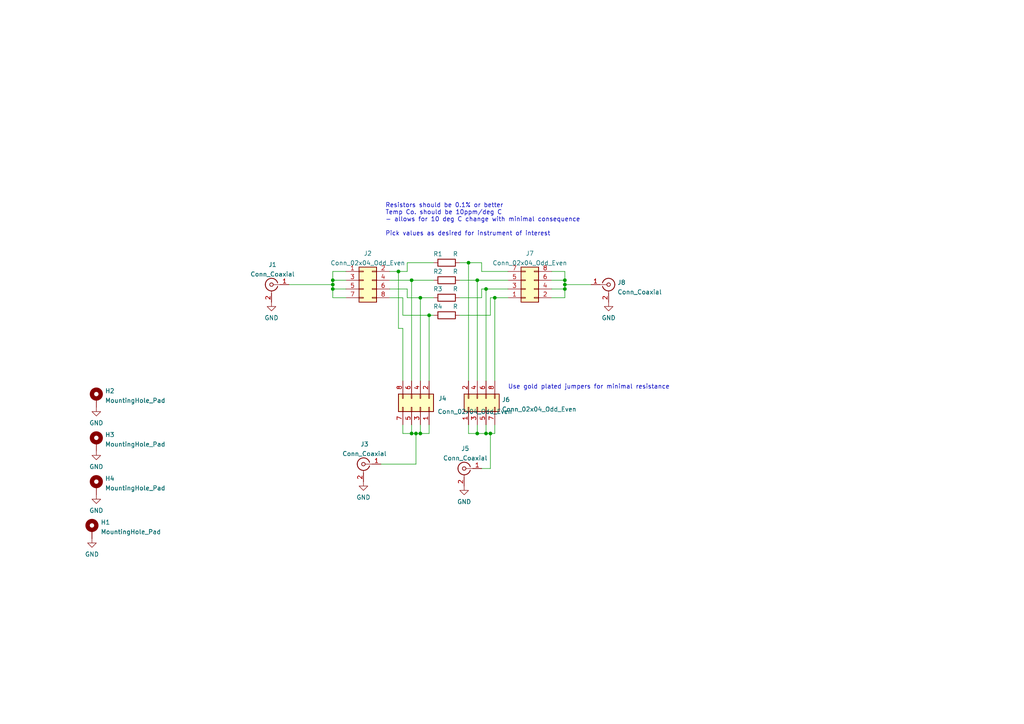
<source format=kicad_sch>
(kicad_sch (version 20211123) (generator eeschema)
  (paper "A4")
  (lib_symbols
    (symbol "Connector:Conn_Coaxial" (pin_names (offset 1.016) hide)
      (property "Reference" "J" (at 0.254 3.048 0))
      (property "Value" "Conn_Coaxial" (at 2.921 0 90))
      (symbol "Conn_Coaxial_0_1"
        (arc (start -1.778 -0.508) (mid 0.222 -1.808) (end 1.778 0) (stroke (width 0.254)))
        (polyline (pts (xy -2.54 0) (xy -0.508 0)))
        (polyline (pts (xy 0 -2.54) (xy 0 -1.778)))
        (circle (center 0 0) (radius 0.508) (stroke (width 0.2032)))
        (arc (start 1.778 0) (mid 0.2221 1.8083) (end -1.778 0.508) (stroke (width 0.254)))
      )
      (symbol "Conn_Coaxial_1_1"
        (pin passive line (at -5.08 0 0) (length 2.54) (name "In") (number "1"))
        (pin passive line (at 0 -5.08 90) (length 2.54) (name "Ext") (number "2"))
      )
    )
    (symbol "Connector_Generic:Conn_02x04_Odd_Even" (pin_names (offset 1.016) hide)
      (property "Reference" "J" (at 1.27 5.08 0))
      (property "Value" "Conn_02x04_Odd_Even" (at 1.27 -7.62 0))
      (symbol "Conn_02x04_Odd_Even_1_1"
        (rectangle (start -1.27 -4.953) (end 0 -5.207) (stroke (width 0.1524)))
        (rectangle (start -1.27 -2.413) (end 0 -2.667) (stroke (width 0.1524)))
        (rectangle (start -1.27 0.127) (end 0 -0.127) (stroke (width 0.1524)))
        (rectangle (start -1.27 2.667) (end 0 2.413) (stroke (width 0.1524)))
        (rectangle (start -1.27 3.81) (end 3.81 -6.35) (stroke (width 0.254)) (fill (type background)))
        (rectangle (start 3.81 -4.953) (end 2.54 -5.207) (stroke (width 0.1524)))
        (rectangle (start 3.81 -2.413) (end 2.54 -2.667) (stroke (width 0.1524)))
        (rectangle (start 3.81 0.127) (end 2.54 -0.127) (stroke (width 0.1524)))
        (rectangle (start 3.81 2.667) (end 2.54 2.413) (stroke (width 0.1524)))
        (pin passive line (at -5.08 2.54 0) (length 3.81) (name "Pin_1") (number "1"))
        (pin passive line (at 7.62 2.54 180) (length 3.81) (name "Pin_2") (number "2"))
        (pin passive line (at -5.08 0 0) (length 3.81) (name "Pin_3") (number "3"))
        (pin passive line (at 7.62 0 180) (length 3.81) (name "Pin_4") (number "4"))
        (pin passive line (at -5.08 -2.54 0) (length 3.81) (name "Pin_5") (number "5"))
        (pin passive line (at 7.62 -2.54 180) (length 3.81) (name "Pin_6") (number "6"))
        (pin passive line (at -5.08 -5.08 0) (length 3.81) (name "Pin_7") (number "7"))
        (pin passive line (at 7.62 -5.08 180) (length 3.81) (name "Pin_8") (number "8"))
      )
    )
    (symbol "Device:R" (pin_numbers hide) (pin_names (offset 0))
      (property "Reference" "R" (at 2.032 0 90))
      (property "Value" "R" (at 0 0 90))
      (symbol "R_0_1"
        (rectangle (start -1.016 -2.54) (end 1.016 2.54) (stroke (width 0.254)))
      )
      (symbol "R_1_1"
        (pin passive line (at 0 3.81 270) (length 1.27) (name "~") (number "1"))
        (pin passive line (at 0 -3.81 90) (length 1.27) (name "~") (number "2"))
      )
    )
    (symbol "Mechanical:MountingHole_Pad" (pin_numbers hide) (pin_names (offset 1.016) hide)
      (property "Reference" "H" (at 0 6.35 0))
      (property "Value" "MountingHole_Pad" (at 0 4.445 0))
      (symbol "MountingHole_Pad_0_1"
        (circle (center 0 1.27) (radius 1.27) (stroke (width 1.27)))
      )
      (symbol "MountingHole_Pad_1_1"
        (pin input line (at 0 -2.54 90) (length 2.54) (name "1") (number "1"))
      )
    )
    (symbol "power:GND" (power) (pin_names (offset 0))
      (property "Value" "GND" (at 0 -3.81 0))
      (symbol "GND_0_1"
        (polyline (pts (xy 0 0) (xy 0 -1.27) (xy 1.27 -1.27) (xy 0 -2.54) (xy -1.27 -1.27) (xy 0 -1.27)))
      )
      (symbol "GND_1_1"
        (pin power_in line (at 0 0 270) (length 0) hide (name "GND") (number "1"))
      )
    )
  )
  (junction (at 140.97 125.73))
  (junction (at 163.83 82.55))
  (junction (at 138.43 81.28))
  (junction (at 135.89 76.2))
  (junction (at 163.83 83.82))
  (junction (at 124.46 91.44))
  (junction (at 96.52 81.28))
  (junction (at 163.83 81.28))
  (junction (at 96.52 83.82))
  (junction (at 119.38 81.28))
  (junction (at 121.92 86.36))
  (junction (at 121.92 125.73))
  (junction (at 142.24 125.73))
  (junction (at 120.65 125.73))
  (junction (at 119.38 125.73))
  (junction (at 115.57 78.74))
  (junction (at 96.52 82.55))
  (junction (at 143.51 86.36))
  (junction (at 140.97 83.82))
  (junction (at 138.43 125.73))
  (wire (pts (xy 119.38 81.28) (xy 119.38 110.49)))
  (wire (pts (xy 142.24 125.73) (xy 140.97 125.73)))
  (wire (pts (xy 133.35 91.44) (xy 142.24 91.44)))
  (wire (pts (xy 116.84 95.25) (xy 115.57 95.25)))
  (wire (pts (xy 140.97 83.82) (xy 140.97 110.49)))
  (wire (pts (xy 138.43 125.73) (xy 135.89 125.73)))
  (wire (pts (xy 96.52 82.55) (xy 96.52 83.82)))
  (wire (pts (xy 138.43 123.19) (xy 138.43 125.73)))
  (wire (pts (xy 118.11 83.82) (xy 118.11 86.36)))
  (wire (pts (xy 100.33 86.36) (xy 96.52 86.36)))
  (wire (pts (xy 142.24 86.36) (xy 142.24 91.44)))
  (wire (pts (xy 100.33 83.82) (xy 96.52 83.82)))
  (wire (pts (xy 113.03 78.74) (xy 115.57 78.74)))
  (wire (pts (xy 113.03 83.82) (xy 118.11 83.82)))
  (wire (pts (xy 163.83 81.28) (xy 163.83 82.55)))
  (wire (pts (xy 118.11 78.74) (xy 118.11 76.2)))
  (wire (pts (xy 118.11 86.36) (xy 121.92 86.36)))
  (wire (pts (xy 83.82 82.55) (xy 96.52 82.55)))
  (wire (pts (xy 140.97 123.19) (xy 140.97 125.73)))
  (wire (pts (xy 116.84 125.73) (xy 119.38 125.73)))
  (wire (pts (xy 139.7 86.36) (xy 139.7 83.82)))
  (wire (pts (xy 115.57 78.74) (xy 115.57 95.25)))
  (wire (pts (xy 142.24 135.89) (xy 142.24 125.73)))
  (wire (pts (xy 96.52 82.55) (xy 96.52 81.28)))
  (wire (pts (xy 124.46 91.44) (xy 125.73 91.44)))
  (wire (pts (xy 133.35 81.28) (xy 138.43 81.28)))
  (wire (pts (xy 119.38 125.73) (xy 120.65 125.73)))
  (wire (pts (xy 160.02 81.28) (xy 163.83 81.28)))
  (wire (pts (xy 118.11 76.2) (xy 125.73 76.2)))
  (wire (pts (xy 116.84 110.49) (xy 116.84 95.25)))
  (wire (pts (xy 140.97 125.73) (xy 138.43 125.73)))
  (wire (pts (xy 143.51 86.36) (xy 142.24 86.36)))
  (wire (pts (xy 135.89 76.2) (xy 139.7 76.2)))
  (wire (pts (xy 116.84 91.44) (xy 124.46 91.44)))
  (wire (pts (xy 113.03 81.28) (xy 119.38 81.28)))
  (wire (pts (xy 140.97 83.82) (xy 147.32 83.82)))
  (wire (pts (xy 143.51 123.19) (xy 143.51 125.73)))
  (wire (pts (xy 163.83 86.36) (xy 163.83 83.82)))
  (wire (pts (xy 119.38 81.28) (xy 125.73 81.28)))
  (wire (pts (xy 121.92 86.36) (xy 121.92 110.49)))
  (wire (pts (xy 135.89 125.73) (xy 135.89 123.19)))
  (wire (pts (xy 133.35 76.2) (xy 135.89 76.2)))
  (wire (pts (xy 133.35 86.36) (xy 139.7 86.36)))
  (wire (pts (xy 139.7 76.2) (xy 139.7 78.74)))
  (wire (pts (xy 121.92 86.36) (xy 125.73 86.36)))
  (wire (pts (xy 163.83 83.82) (xy 163.83 82.55)))
  (wire (pts (xy 96.52 83.82) (xy 96.52 86.36)))
  (wire (pts (xy 120.65 125.73) (xy 121.92 125.73)))
  (wire (pts (xy 135.89 76.2) (xy 135.89 110.49)))
  (wire (pts (xy 115.57 78.74) (xy 118.11 78.74)))
  (wire (pts (xy 124.46 91.44) (xy 124.46 110.49)))
  (wire (pts (xy 139.7 78.74) (xy 147.32 78.74)))
  (wire (pts (xy 138.43 110.49) (xy 138.43 81.28)))
  (wire (pts (xy 113.03 86.36) (xy 116.84 86.36)))
  (wire (pts (xy 160.02 78.74) (xy 163.83 78.74)))
  (wire (pts (xy 139.7 83.82) (xy 140.97 83.82)))
  (wire (pts (xy 121.92 123.19) (xy 121.92 125.73)))
  (wire (pts (xy 96.52 81.28) (xy 96.52 78.74)))
  (wire (pts (xy 139.7 135.89) (xy 142.24 135.89)))
  (wire (pts (xy 110.49 134.62) (xy 120.65 134.62)))
  (wire (pts (xy 160.02 86.36) (xy 163.83 86.36)))
  (wire (pts (xy 96.52 81.28) (xy 100.33 81.28)))
  (wire (pts (xy 147.32 86.36) (xy 143.51 86.36)))
  (wire (pts (xy 163.83 78.74) (xy 163.83 81.28)))
  (wire (pts (xy 124.46 125.73) (xy 124.46 123.19)))
  (wire (pts (xy 143.51 86.36) (xy 143.51 110.49)))
  (wire (pts (xy 96.52 78.74) (xy 100.33 78.74)))
  (wire (pts (xy 138.43 81.28) (xy 147.32 81.28)))
  (wire (pts (xy 160.02 83.82) (xy 163.83 83.82)))
  (wire (pts (xy 143.51 125.73) (xy 142.24 125.73)))
  (wire (pts (xy 121.92 125.73) (xy 124.46 125.73)))
  (wire (pts (xy 116.84 123.19) (xy 116.84 125.73)))
  (wire (pts (xy 119.38 123.19) (xy 119.38 125.73)))
  (wire (pts (xy 120.65 134.62) (xy 120.65 125.73)))
  (wire (pts (xy 116.84 86.36) (xy 116.84 91.44)))
  (wire (pts (xy 163.83 82.55) (xy 171.45 82.55)))
  (text "Use gold plated jumpers for minimal resistance" (at 147.32 113.03 0) (effects (font (size 1.27 1.27)) (justify left bottom)))
  (text "Resistors should be 0.1% or better\nTemp Co. should be 10ppm/deg C\n- allows for 10 deg C change with minimal consequence\n\nPick values as desired for instrument of interest" (at 111.76 68.58 0) (effects (font (size 1.27 1.27)) (justify left bottom)))
  (symbol (lib_id "Connector_Generic:Conn_02x04_Odd_Even") (at 105.41 81.28 0) (unit 1)
    (property "Reference" "J2" (at 106.68 73.5035 0))
    (property "Value" "Conn_02x04_Odd_Even" (at 106.68 76.2786 0))
    (property "Footprint" "Connector_PinSocket_2.54mm:PinSocket_2x04_P2.54mm_Vertical" (effects hide))
  )
  (symbol (lib_id "Connector_Generic:Conn_02x04_Odd_Even") (at 152.4 83.82 0) (mirror x) (unit 1)
    (property "Reference" "J7" (at 153.67 73.5035 0))
    (property "Value" "Conn_02x04_Odd_Even" (at 153.67 76.2786 0))
    (property "Footprint" "Connector_PinSocket_2.54mm:PinSocket_2x04_P2.54mm_Vertical" (effects hide))
  )
  (symbol (lib_id "Connector:Conn_Coaxial") (at 78.74 82.55 0) (mirror y) (unit 1)
    (property "Reference" "J1" (at 79.0574 76.7569 0))
    (property "Value" "Conn_Coaxial" (at 79.0574 79.532 0))
    (property "Footprint" "Connector_Coaxial:BNC_Amphenol_B6252HB-NPP3G-50_Horizontal" (effects hide))
    (property "Datasheet" " ~" (effects hide))
  )
  (symbol (lib_id "Mechanical:MountingHole_Pad") (at 27.94 140.97 0) (unit 1)
    (property "Reference" "H4" (at 30.48 138.7915 0) (effects (justify left)))
    (property "Value" "MountingHole_Pad" (at 30.48 141.5666 0) (effects (justify left)))
    (property "Footprint" "MountingHole:MountingHole_3.2mm_M3_Pad" (effects hide))
  )
  (symbol (lib_id "Mechanical:MountingHole_Pad") (at 27.94 128.27 0) (unit 1)
    (property "Reference" "H3" (at 30.48 126.0915 0) (effects (justify left)))
    (property "Value" "MountingHole_Pad" (at 30.48 128.8666 0) (effects (justify left)))
    (property "Footprint" "MountingHole:MountingHole_3.2mm_M3_Pad" (effects hide))
  )
  (symbol (lib_id "Connector_Generic:Conn_02x04_Odd_Even") (at 121.92 118.11 270) (mirror x) (unit 1)
    (property "Reference" "J4" (at 129.54 115.57 90) (effects (justify right)))
    (property "Value" "Conn_02x04_Odd_Even" (at 148.59 119.38 90) (effects (justify right)))
    (property "Footprint" "Connector_PinSocket_2.54mm:PinSocket_2x04_P2.54mm_Vertical" (effects hide))
  )
  (symbol (lib_id "Connector_Generic:Conn_02x04_Odd_Even") (at 138.43 118.11 90) (unit 1)
    (property "Reference" "J6" (at 145.542 115.9315 90) (effects (justify right)))
    (property "Value" "Conn_02x04_Odd_Even" (at 145.542 118.7066 90) (effects (justify right)))
    (property "Footprint" "Connector_PinSocket_2.54mm:PinSocket_2x04_P2.54mm_Vertical" (effects hide))
  )
  (symbol (lib_id "power:GND") (at 27.94 130.81 0) (unit 1)
    (property "Reference" "#PWR0106" (effects hide))
    (property "Value" "GND" (at 27.94 135.3725 0))
  )
  (symbol (lib_id "Device:R") (at 129.54 91.44 90) (unit 1)
    (property "Reference" "R4" (at 127 88.9 90))
    (property "Value" "R" (at 132.08 88.9 90))
    (property "Footprint" "Resistor_SMD:R_1206_3216Metric_Pad1.30x1.75mm_HandSolder" (effects hide))
  )
  (symbol (lib_id "Mechanical:MountingHole_Pad") (at 27.94 115.57 0) (unit 1)
    (property "Reference" "H2" (at 30.48 113.3915 0) (effects (justify left)))
    (property "Value" "MountingHole_Pad" (at 30.48 116.1666 0) (effects (justify left)))
    (property "Footprint" "MountingHole:MountingHole_3.2mm_M3_Pad" (effects hide))
  )
  (symbol (lib_id "Device:R") (at 129.54 76.2 90) (unit 1)
    (property "Reference" "R1" (at 127 73.66 90))
    (property "Value" "R" (at 132.08 73.66 90))
    (property "Footprint" "Resistor_SMD:R_1206_3216Metric_Pad1.30x1.75mm_HandSolder" (effects hide))
  )
  (symbol (lib_id "Device:R") (at 129.54 86.36 90) (unit 1)
    (property "Reference" "R3" (at 127 83.82 90))
    (property "Value" "R" (at 132.08 83.82 90))
    (property "Footprint" "Resistor_SMD:R_1206_3216Metric_Pad1.30x1.75mm_HandSolder" (effects hide))
  )
  (symbol (lib_id "power:GND") (at 27.94 143.51 0) (unit 1)
    (property "Reference" "#PWR0107" (effects hide))
    (property "Value" "GND" (at 27.94 148.0725 0))
  )
  (symbol (lib_id "Device:R") (at 129.54 81.28 90) (unit 1)
    (property "Reference" "R2" (at 127 78.74 90))
    (property "Value" "R" (at 132.08 78.74 90))
    (property "Footprint" "Resistor_SMD:R_1206_3216Metric_Pad1.30x1.75mm_HandSolder" (effects hide))
  )
  (symbol (lib_id "Mechanical:MountingHole_Pad") (at 26.67 153.67 0) (unit 1)
    (property "Reference" "H1" (at 29.21 151.4915 0) (effects (justify left)))
    (property "Value" "MountingHole_Pad" (at 29.21 154.2666 0) (effects (justify left)))
    (property "Footprint" "MountingHole:MountingHole_3.2mm_M3_Pad" (effects hide))
  )
  (symbol (lib_id "power:GND") (at 27.94 118.11 0) (unit 1)
    (property "Reference" "#PWR0105" (effects hide))
    (property "Value" "GND" (at 27.94 122.6725 0))
  )
  (symbol (lib_id "Connector:Conn_Coaxial") (at 105.41 134.62 0) (mirror y) (unit 1)
    (property "Reference" "J3" (at 105.7274 128.8269 0))
    (property "Value" "Conn_Coaxial" (at 105.7274 131.602 0))
    (property "Footprint" "Connector_Coaxial:BNC_Amphenol_B6252HB-NPP3G-50_Horizontal" (effects hide))
    (property "Datasheet" " ~" (effects hide))
  )
  (symbol (lib_id "Connector:Conn_Coaxial") (at 134.62 135.89 0) (mirror y) (unit 1)
    (property "Reference" "J5" (at 134.9374 130.0969 0))
    (property "Value" "Conn_Coaxial" (at 134.9374 132.872 0))
    (property "Footprint" "Connector_Coaxial:BNC_Amphenol_B6252HB-NPP3G-50_Horizontal" (effects hide))
    (property "Datasheet" " ~" (effects hide))
  )
  (symbol (lib_id "power:GND") (at 134.62 140.97 0) (unit 1)
    (property "Reference" "#PWR0103" (effects hide))
    (property "Value" "GND" (at 134.62 145.5325 0))
  )
  (symbol (lib_id "power:GND") (at 78.74 87.63 0) (unit 1)
    (property "Reference" "#PWR0101" (effects hide))
    (property "Value" "GND" (at 78.74 92.1925 0))
  )
  (symbol (lib_id "Connector:Conn_Coaxial") (at 176.53 82.55 0) (unit 1)
    (property "Reference" "J8" (at 179.07 81.9347 0) (effects (justify left)))
    (property "Value" "Conn_Coaxial" (at 179.07 84.7098 0) (effects (justify left)))
    (property "Footprint" "Connector_Coaxial:BNC_Amphenol_B6252HB-NPP3G-50_Horizontal" (effects hide))
    (property "Datasheet" " ~" (effects hide))
  )
  (symbol (lib_id "power:GND") (at 26.67 156.21 0) (unit 1)
    (property "Reference" "#PWR0108" (effects hide))
    (property "Value" "GND" (at 26.67 160.7725 0))
  )
  (symbol (lib_id "power:GND") (at 176.53 87.63 0) (unit 1)
    (property "Reference" "#PWR0102" (effects hide))
    (property "Value" "GND" (at 176.53 92.1925 0))
  )
  (symbol (lib_id "power:GND") (at 105.41 139.7 0) (unit 1)
    (property "Reference" "#PWR0104" (effects hide))
    (property "Value" "GND" (at 105.41 144.2625 0))
  )
)
</source>
